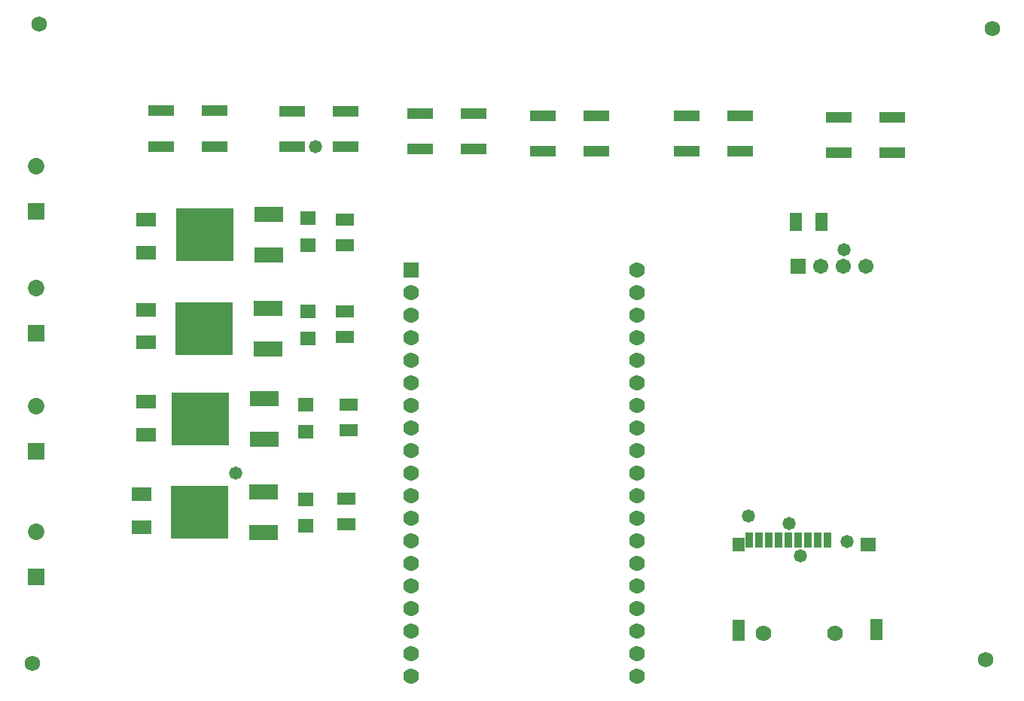
<source format=gts>
G04*
G04 #@! TF.GenerationSoftware,Altium Limited,CircuitStudio,1.5.2 (30)*
G04*
G04 Layer_Color=20142*
%FSLAX25Y25*%
%MOIN*%
G70*
G01*
G75*
%ADD37R,0.07099X0.06312*%
%ADD38R,0.05524X0.09461*%
%ADD39R,0.05524X0.06312*%
%ADD40R,0.03556X0.07099*%
%ADD41R,0.07887X0.05328*%
%ADD42R,0.06706X0.06312*%
%ADD43R,0.25210X0.23635*%
%ADD44R,0.12611X0.07099*%
%ADD45R,0.08792X0.06312*%
%ADD46R,0.11627X0.04737*%
%ADD47R,0.05328X0.07887*%
%ADD48C,0.07001*%
%ADD49C,0.06800*%
%ADD50C,0.07296*%
%ADD51R,0.07296X0.07296*%
%ADD52R,0.06942X0.06942*%
%ADD53C,0.06942*%
%ADD54R,0.06706X0.06706*%
%ADD55C,0.06706*%
%ADD56C,0.05800*%
D37*
X494685Y231496D02*
D03*
D38*
X498228Y193701D02*
D03*
X437204Y193465D02*
D03*
D39*
Y231496D02*
D03*
D40*
X441929Y233465D02*
D03*
X446259D02*
D03*
X450590D02*
D03*
X454921D02*
D03*
X459251D02*
D03*
X463582D02*
D03*
X467913D02*
D03*
X472244D02*
D03*
X476574D02*
D03*
D41*
X263386Y240354D02*
D03*
Y251772D02*
D03*
X264567Y282086D02*
D03*
Y293504D02*
D03*
X262992Y334842D02*
D03*
Y323425D02*
D03*
Y363976D02*
D03*
Y375394D02*
D03*
D42*
X245669Y239764D02*
D03*
Y251575D02*
D03*
Y281496D02*
D03*
Y293307D02*
D03*
X246457Y322835D02*
D03*
Y334646D02*
D03*
Y364173D02*
D03*
Y375984D02*
D03*
D43*
X198425Y245669D02*
D03*
X198819Y287008D02*
D03*
X200394Y327165D02*
D03*
X200787Y368898D02*
D03*
D44*
X226772Y254685D02*
D03*
Y236653D02*
D03*
X227165Y296024D02*
D03*
Y277992D02*
D03*
X228740Y336181D02*
D03*
Y318150D02*
D03*
X229134Y377913D02*
D03*
Y359882D02*
D03*
D45*
X172835Y253701D02*
D03*
Y239212D02*
D03*
X174803Y294646D02*
D03*
Y280157D02*
D03*
Y335590D02*
D03*
Y321102D02*
D03*
Y375354D02*
D03*
Y360866D02*
D03*
D46*
X319791Y406661D02*
D03*
X296169D02*
D03*
X319791Y422409D02*
D03*
X296169D02*
D03*
X505291Y405161D02*
D03*
X481669D02*
D03*
X505291Y420909D02*
D03*
X481669D02*
D03*
X263291Y407661D02*
D03*
X239669D02*
D03*
X263291Y423409D02*
D03*
X239669D02*
D03*
X437791Y405661D02*
D03*
X414169D02*
D03*
X437791Y421409D02*
D03*
X414169D02*
D03*
X205118Y407874D02*
D03*
X181496D02*
D03*
X205118Y423622D02*
D03*
X181496D02*
D03*
X374291Y405661D02*
D03*
X350669D02*
D03*
X374291Y421409D02*
D03*
X350669D02*
D03*
D47*
X462402Y374410D02*
D03*
X473819D02*
D03*
D48*
X479724Y192126D02*
D03*
X448228D02*
D03*
D49*
X124409Y178740D02*
D03*
X127500Y462000D02*
D03*
X549500Y460000D02*
D03*
X546457Y180315D02*
D03*
D50*
X126106Y292685D02*
D03*
Y237185D02*
D03*
Y345185D02*
D03*
Y399185D02*
D03*
D51*
Y272685D02*
D03*
Y217185D02*
D03*
Y325185D02*
D03*
Y379185D02*
D03*
D52*
X292126Y352992D02*
D03*
D53*
Y342992D02*
D03*
Y172992D02*
D03*
Y332992D02*
D03*
Y322992D02*
D03*
Y312992D02*
D03*
Y302992D02*
D03*
Y292992D02*
D03*
Y282992D02*
D03*
Y272992D02*
D03*
Y262992D02*
D03*
Y252992D02*
D03*
Y242992D02*
D03*
Y232992D02*
D03*
Y222992D02*
D03*
Y212992D02*
D03*
Y202992D02*
D03*
Y192992D02*
D03*
Y182992D02*
D03*
X392126Y352992D02*
D03*
Y342992D02*
D03*
Y332992D02*
D03*
Y322992D02*
D03*
Y312992D02*
D03*
Y302992D02*
D03*
Y292992D02*
D03*
Y282992D02*
D03*
Y272992D02*
D03*
Y262992D02*
D03*
Y252992D02*
D03*
Y242992D02*
D03*
Y232992D02*
D03*
Y222992D02*
D03*
Y212992D02*
D03*
Y202992D02*
D03*
Y192992D02*
D03*
Y182992D02*
D03*
Y172992D02*
D03*
D54*
X463386Y354724D02*
D03*
D55*
X473386D02*
D03*
X483386D02*
D03*
X493386D02*
D03*
D56*
X441700Y244000D02*
D03*
X485200Y232700D02*
D03*
X483900Y362000D02*
D03*
X214500Y263000D02*
D03*
X250008Y407661D02*
D03*
X464500Y226600D02*
D03*
X459400Y240800D02*
D03*
M02*

</source>
